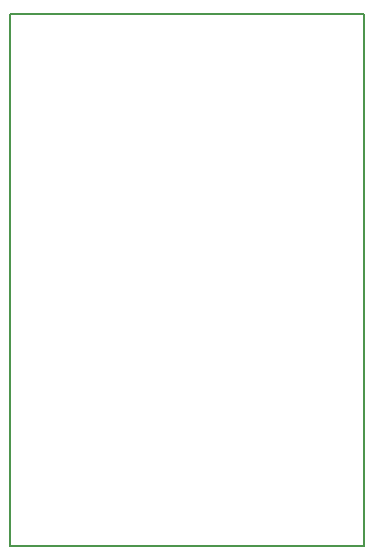
<source format=gbr>
G04 #@! TF.FileFunction,Profile,NP*
%FSLAX46Y46*%
G04 Gerber Fmt 4.6, Leading zero omitted, Abs format (unit mm)*
G04 Created by KiCad (PCBNEW 4.0.7) date 07/03/18 20:11:16*
%MOMM*%
%LPD*%
G01*
G04 APERTURE LIST*
%ADD10C,0.100000*%
%ADD11C,0.150000*%
G04 APERTURE END LIST*
D10*
D11*
X120000000Y-115000000D02*
X120000000Y-70000000D01*
X150000000Y-115000000D02*
X120000000Y-115000000D01*
X150000000Y-100000000D02*
X150000000Y-115000000D01*
X150000000Y-70000000D02*
X150000000Y-100000000D01*
X120000000Y-70000000D02*
X150000000Y-70000000D01*
M02*

</source>
